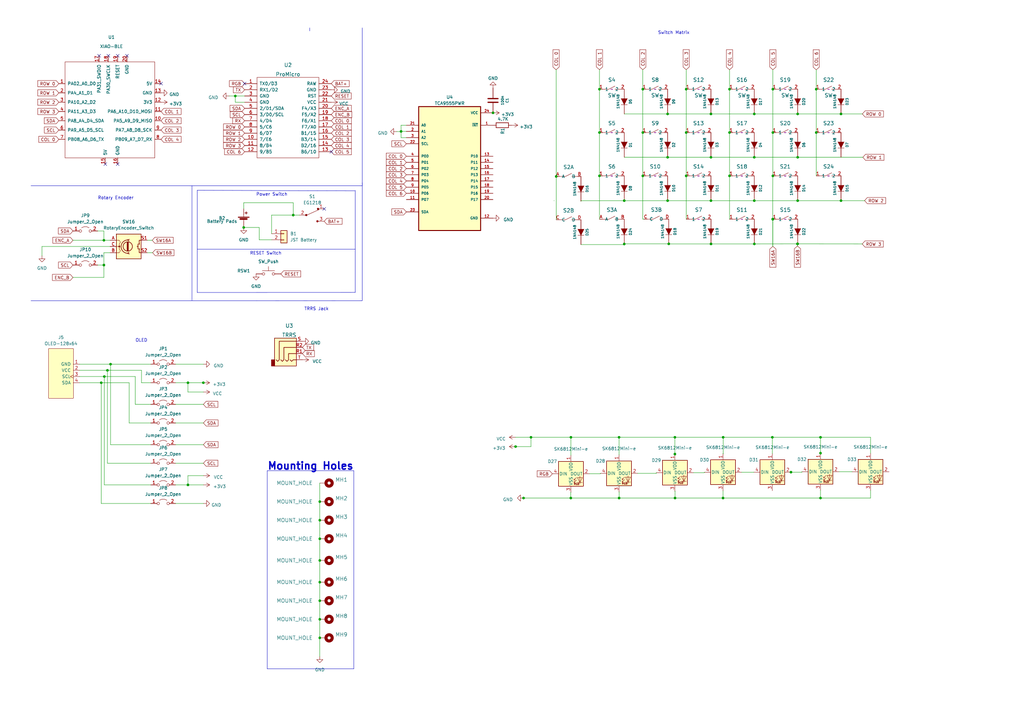
<source format=kicad_sch>
(kicad_sch (version 20230121) (generator eeschema)
  (paper "A3")
  (title_block (title "KORA") (date "2023-03-04"))
  (junction (at 334.772 36.576))
  (junction (at 327.1266 100.0252))
  (junction (at 316.9158 89.8906))
  (junction (at 327.0758 100.0252))
  (junction (at 296.545 204.2668))
  (junction (at 274.2946 100.0252))
  (junction (at 45.339 149.352))
  (junction (at 99.949 93.2942))
  (junction (at 309.372 82.296))
  (junction (at 336.5246 204.2668))
  (junction (at 131.1656 238.76))
  (junction (at 77.089 198.882))
  (junction (at 327.152 64.516))
  (junction (at 77.089 156.972))
  (junction (at 263.652 54.356))
  (junction (at 245.872 36.576))
  (junction (at 276.86 204.2668))
  (junction (at 131.1656 254))
  (junction (at 83.4136 156.972))
  (junction (at 316.992 89.8906))
  (junction (at 131.1656 220.98))
  (junction (at 245.872 54.356))
  (junction (at 316.992 36.576))
  (junction (at 131.1656 229.87))
  (junction (at 120.269 88.2142))
  (junction (at 42.799 154.432))
  (junction (at 273.812 82.296))
  (junction (at 256.032 82.296))
  (junction (at 299.212 72.136))
  (junction (at 281.432 72.136))
  (junction (at 217.7796 179.3494))
  (junction (at 316.7888 179.3494))
  (junction (at 291.592 64.516))
  (junction (at 42.6212 108.712))
  (junction (at 44.069 151.892))
  (junction (at 234.1626 179.3494))
  (junction (at 263.652 36.576))
  (junction (at 245.872 72.136))
  (junction (at 309.372 46.736))
  (junction (at 263.652 72.136))
  (junction (at 256.032 100.076))
  (junction (at 41.529 156.972))
  (junction (at 131.1656 213.36))
  (junction (at 299.212 36.576))
  (junction (at 336.5246 179.3494))
  (junction (at 214.7316 204.2668))
  (junction (at 42.6212 98.552))
  (junction (at 281.432 36.576))
  (junction (at 234.1118 204.2668))
  (junction (at 273.812 46.736))
  (junction (at 253.8984 179.3494))
  (junction (at 324.4088 193.6496))
  (junction (at 299.212 54.356))
  (junction (at 164.4904 53.8988))
  (junction (at 131.1656 246.38))
  (junction (at 316.992 72.136))
  (junction (at 276.8092 186.2328))
  (junction (at 291.592 46.736))
  (junction (at 202.2094 46.2788))
  (junction (at 334.772 54.356))
  (junction (at 291.6174 100.0506))
  (junction (at 276.8092 179.3494))
  (junction (at 281.432 54.356))
  (junction (at 253.9238 204.2668))
  (junction (at 309.372 64.516))
  (junction (at 327.152 82.296))
  (junction (at 211.455 183.1594))
  (junction (at 296.5958 179.3494))
  (junction (at 131.1656 205.74))
  (junction (at 309.3974 100.0506))
  (junction (at 344.932 82.296))
  (junction (at 344.932 46.736))
  (junction (at 228.1174 72.3646))
  (junction (at 336.5246 185.8518))
  (junction (at 131.1656 261.62))
  (junction (at 273.812 64.516))
  (junction (at 327.152 46.736))
  (junction (at 316.992 54.356))
  (junction (at 96.52 39.37))
  (junction (at 291.592 82.296))
  (no_connect (at 40.64 22.86))
  (no_connect (at 66.04 34.29))
  (no_connect (at 100.33 34.29))
  (no_connect (at 132.969 85.6742))
  (no_connect (at 44.45 22.86))
  (no_connect (at 43.18 67.31))
  (no_connect (at 52.07 22.86))
  (no_connect (at 135.89 62.23))
  (no_connect (at 48.26 22.86))
  (no_connect (at 48.26 67.31))
  (wire (pts (xy 256.032 46.736) (xy 273.812 46.736)))
  (polyline (pts (xy 12.7 123.3678) (xy 105.2576 123.3678)))
  (polyline (pts (xy 145.669 102.1842) (xy 145.669 119.9642)))
  (wire (pts (xy 234.1118 201.9554) (xy 234.1626 201.9554)))
  (wire (pts (xy 327.1266 100.0252) (xy 353.6442 100.0506)))
  (polyline (pts (xy 80.899 102.1842) (xy 145.669 102.1842)))
  (polyline (pts (xy 109.5756 274.32) (xy 109.5756 193.04)))
  (wire (pts (xy 164.4904 53.8988) (xy 164.4904 56.4388)))
  (wire (pts (xy 274.2946 100.0252) (xy 256.032 100.0252)))
  (wire (pts (xy 164.4904 56.4388) (xy 166.6494 56.4388)))
  (wire (pts (xy 349.4278 193.4718) (xy 349.4278 193.5226)))
  (wire (pts (xy 83.439 195.072) (xy 77.089 195.072)))
  (wire (pts (xy 276.86 204.2668) (xy 276.86 201.4728)))
  (wire (pts (xy 72.009 165.862) (xy 83.439 165.862)))
  (wire (pts (xy 72.009 189.992) (xy 83.439 189.992)))
  (wire (pts (xy 164.4904 53.8988) (xy 166.6494 53.8988)))
  (wire (pts (xy 344.932 82.296) (xy 354.6094 82.296)))
  (wire (pts (xy 131.1656 246.38) (xy 131.1656 254)))
  (wire (pts (xy 234.1118 204.2668) (xy 253.9238 204.2668)))
  (wire (pts (xy 45.1612 101.092) (xy 17.2212 101.092)))
  (wire (pts (xy 72.009 206.502) (xy 83.439 206.502)))
  (wire (pts (xy 316.992 101.0412) (xy 316.992 89.8906)))
  (wire (pts (xy 214.7062 204.2668) (xy 214.7316 204.2668)))
  (wire (pts (xy 336.5246 201.0918) (xy 336.5246 204.2668)))
  (wire (pts (xy 111.379 98.3742) (xy 106.299 98.3742)))
  (wire (pts (xy 228.0666 28.6004) (xy 228.092 28.6004)))
  (wire (pts (xy 256.032 82.296) (xy 238.2774 82.296)))
  (polyline (pts (xy 78.74 76.2) (xy 148.59 76.2)))
  (wire (pts (xy 309.1688 193.675) (xy 309.1688 193.6496)))
  (wire (pts (xy 72.009 149.352) (xy 83.439 149.352)))
  (polyline (pts (xy 109.5756 193.04) (xy 145.1356 193.04)))
  (wire (pts (xy 44.069 189.992) (xy 61.849 189.992)))
  (wire (pts (xy 354.6094 82.296) (xy 354.6094 82.2706)))
  (wire (pts (xy 309.3974 100.0506) (xy 327.1266 100.0252)))
  (wire (pts (xy 344.932 46.736) (xy 353.695 46.736)))
  (wire (pts (xy 238.2774 100.3046) (xy 256.032 100.3046)))
  (wire (pts (xy 29.9212 113.792) (xy 42.6212 113.792)))
  (wire (pts (xy 296.545 204.2668) (xy 336.5246 204.2668)))
  (wire (pts (xy 344.1446 193.4718) (xy 349.4278 193.4718)))
  (polyline (pts (xy 145.669 78.0542) (xy 145.669 102.1842)))
  (wire (pts (xy 99.949 83.1342) (xy 120.269 83.1342)))
  (wire (pts (xy 327.0758 100.0252) (xy 327.1266 100.0252)))
  (wire (pts (xy 41.529 156.972) (xy 41.529 206.502)))
  (wire (pts (xy 336.5246 185.8772) (xy 336.5246 185.8518)))
  (wire (pts (xy 72.009 156.972) (xy 77.089 156.972)))
  (wire (pts (xy 55.499 165.862) (xy 61.849 165.862)))
  (wire (pts (xy 304.165 193.675) (xy 309.1688 193.675)))
  (wire (pts (xy 256.032 64.516) (xy 273.812 64.516)))
  (wire (pts (xy 336.5246 179.3494) (xy 336.5246 185.8518)))
  (wire (pts (xy 296.545 201.295) (xy 296.545 204.2668)))
  (wire (pts (xy 45.339 149.352) (xy 45.339 182.372)))
  (wire (pts (xy 291.6174 100.0506) (xy 274.2946 100.0506)))
  (wire (pts (xy 309.372 64.516) (xy 327.152 64.516)))
  (polyline (pts (xy 148.59 11.43) (xy 148.59 123.19)))
  (polyline (pts (xy 148.59 76.2) (xy 148.59 74.93)))
  (wire (pts (xy 131.1656 238.76) (xy 131.1656 246.38)))
  (wire (pts (xy 41.529 206.502) (xy 61.849 206.502)))
  (wire (pts (xy 234.1626 179.3494) (xy 234.1626 186.7154)))
  (wire (pts (xy 284.4292 193.8528) (xy 288.925 193.8528)))
  (wire (pts (xy 357.0478 179.3494) (xy 357.0478 185.9026)))
  (wire (pts (xy 263.652 36.576) (xy 263.652 54.356)))
  (wire (pts (xy 316.992 101.0412) (xy 316.9158 101.0412)))
  (wire (pts (xy 131.1656 229.87) (xy 131.1656 238.76)))
  (wire (pts (xy 316.9158 101.0412) (xy 316.9158 89.8906)))
  (wire (pts (xy 291.592 46.736) (xy 309.372 46.736)))
  (wire (pts (xy 45.339 182.372) (xy 61.849 182.372)))
  (wire (pts (xy 42.6212 103.632) (xy 42.6212 108.712)))
  (wire (pts (xy 42.6212 113.792) (xy 42.6212 108.712)))
  (wire (pts (xy 111.379 88.2142) (xy 120.269 88.2142)))
  (polyline (pts (xy 145.1356 274.32) (xy 109.5756 274.32)))
  (wire (pts (xy 276.8092 186.2582) (xy 276.8092 186.2328)))
  (wire (pts (xy 256.032 100.076) (xy 256.032 100.3046)))
  (wire (pts (xy 214.7316 204.2668) (xy 234.1118 204.2668)))
  (wire (pts (xy 274.2946 100.0506) (xy 274.2946 100.0252)))
  (wire (pts (xy 296.5704 186.0296) (xy 296.5958 186.0296)))
  (wire (pts (xy 238.2774 82.296) (xy 238.2774 82.5246)))
  (wire (pts (xy 93.98 39.37) (xy 96.52 39.37)))
  (polyline (pts (xy 145.1356 193.04) (xy 145.1356 274.32)))
  (wire (pts (xy 45.339 149.352) (xy 61.849 149.352)))
  (wire (pts (xy 77.089 160.782) (xy 77.089 156.972)))
  (wire (pts (xy 17.2212 101.092) (xy 17.2212 104.902)))
  (wire (pts (xy 228.1174 72.3646) (xy 228.092 28.6004)))
  (wire (pts (xy 296.5958 186.0296) (xy 296.5958 179.3494)))
  (wire (pts (xy 96.52 41.91) (xy 96.52 39.37)))
  (wire (pts (xy 164.4904 51.3588) (xy 164.4904 53.8988)))
  (wire (pts (xy 291.592 64.516) (xy 309.372 64.516)))
  (wire (pts (xy 58.039 151.892) (xy 58.039 156.972)))
  (wire (pts (xy 245.872 54.356) (xy 245.872 72.136)))
  (wire (pts (xy 316.992 89.8906) (xy 317.0174 89.8906)))
  (wire (pts (xy 83.4136 156.972) (xy 83.439 156.972)))
  (wire (pts (xy 234.1118 204.2668) (xy 234.1118 201.9554)))
  (wire (pts (xy 32.639 156.972) (xy 41.529 156.972)))
  (wire (pts (xy 111.379 95.8342) (xy 111.379 88.2142)))
  (wire (pts (xy 44.069 151.892) (xy 58.039 151.892)))
  (wire (pts (xy 327.152 46.736) (xy 344.932 46.736)))
  (wire (pts (xy 299.212 28.6004) (xy 299.212 36.576)))
  (wire (pts (xy 32.639 151.892) (xy 44.069 151.892)))
  (wire (pts (xy 42.6212 94.742) (xy 42.6212 98.552)))
  (wire (pts (xy 327.0758 100.8888) (xy 327.0758 100.0252)))
  (wire (pts (xy 246.2784 194.3354) (xy 246.2784 194.1576)))
  (wire (pts (xy 253.9238 201.7776) (xy 253.8984 201.7776)))
  (wire (pts (xy 296.5704 186.055) (xy 296.545 186.055)))
  (wire (pts (xy 291.592 82.296) (xy 309.372 82.296)))
  (wire (pts (xy 281.432 54.356) (xy 281.432 72.136)))
  (wire (pts (xy 100.33 41.91) (xy 96.52 41.91)))
  (wire (pts (xy 327.152 82.296) (xy 344.932 82.296)))
  (wire (pts (xy 217.7796 179.3494) (xy 217.7796 183.1594)))
  (wire (pts (xy 288.925 193.8528) (xy 288.925 193.675)))
  (wire (pts (xy 281.432 89.8906) (xy 281.4574 89.8906)))
  (polyline (pts (xy 127 11.43) (xy 127 12.7)))
  (polyline (pts (xy 12.7 76.2) (xy 78.74 76.2)))
  (wire (pts (xy 263.652 54.356) (xy 263.652 72.136)))
  (wire (pts (xy 316.7888 179.3494) (xy 316.7888 186.0296)))
  (wire (pts (xy 131.1656 254) (xy 131.1656 261.62)))
  (wire (pts (xy 42.6212 108.712) (xy 40.0812 108.712)))
  (wire (pts (xy 316.992 54.356) (xy 316.992 72.136)))
  (wire (pts (xy 276.8092 179.3494) (xy 276.8092 186.2328)))
  (wire (pts (xy 77.089 156.972) (xy 83.4136 156.972)))
  (wire (pts (xy 42.6212 98.552) (xy 45.1612 98.552)))
  (wire (pts (xy 309.372 46.736) (xy 327.152 46.736)))
  (wire (pts (xy 234.1626 179.3494) (xy 253.8984 179.3494)))
  (wire (pts (xy 316.992 72.136) (xy 316.9158 89.8906)))
  (wire (pts (xy 55.499 154.432) (xy 55.499 165.862)))
  (wire (pts (xy 106.299 98.3742) (xy 106.299 93.2942)))
  (wire (pts (xy 344.9574 64.516) (xy 353.8982 64.516)))
  (wire (pts (xy 357.0478 204.2668) (xy 357.0478 201.1426)))
  (wire (pts (xy 166.624 51.3588) (xy 164.4904 51.3588)))
  (polyline (pts (xy 78.74 76.2) (xy 78.74 123.19)))
  (wire (pts (xy 253.8984 179.3494) (xy 276.8092 179.3494)))
  (wire (pts (xy 291.6174 100.0506) (xy 309.3974 100.0506)))
  (wire (pts (xy 96.52 39.37) (xy 100.33 39.37)))
  (wire (pts (xy 245.872 72.136) (xy 245.872 89.916)))
  (wire (pts (xy 40.0812 94.742) (xy 42.6212 94.742)))
  (wire (pts (xy 131.1656 198.12) (xy 131.1656 205.74)))
  (wire (pts (xy 131.1656 220.98) (xy 131.1656 229.87)))
  (polyline (pts (xy 80.899 78.0542) (xy 80.899 119.9642)))
  (wire (pts (xy 44.069 151.892) (xy 44.069 189.992)))
  (wire (pts (xy 77.089 198.882) (xy 83.439 198.882)))
  (wire (pts (xy 334.772 28.6258) (xy 334.772 36.576)))
  (wire (pts (xy 72.009 173.482) (xy 83.439 173.482)))
  (wire (pts (xy 42.799 198.882) (xy 61.849 198.882)))
  (wire (pts (xy 120.269 88.2142) (xy 122.809 88.2142)))
  (wire (pts (xy 324.3834 193.6496) (xy 324.4088 193.6496)))
  (wire (pts (xy 42.799 154.432) (xy 55.499 154.432)))
  (wire (pts (xy 273.812 64.516) (xy 291.592 64.516)))
  (wire (pts (xy 228.1174 72.3646) (xy 228.1174 90.1446)))
  (polyline (pts (xy 148.59 123.317) (xy 105.2576 123.3678)))
  (wire (pts (xy 316.992 28.6004) (xy 316.992 36.576)))
  (wire (pts (xy 263.652 89.8652) (xy 264.1346 89.8652)))
  (wire (pts (xy 309.372 82.296) (xy 327.152 82.296)))
  (wire (pts (xy 164.5412 53.9496) (xy 162.7124 53.9496)))
  (wire (pts (xy 276.86 204.2668) (xy 296.545 204.2668)))
  (polyline (pts (xy 80.899 119.9642) (xy 145.669 119.9388)))
  (wire (pts (xy 131.1656 261.62) (xy 131.1656 269.24)))
  (wire (pts (xy 131.1656 213.36) (xy 131.1656 220.98)))
  (wire (pts (xy 253.8984 186.5376) (xy 253.8984 179.3494)))
  (wire (pts (xy 276.8092 179.3494) (xy 296.5958 179.3494)))
  (wire (pts (xy 52.959 173.482) (xy 61.849 173.482)))
  (wire (pts (xy 106.299 93.2942) (xy 99.949 93.2942)))
  (wire (pts (xy 281.432 36.576) (xy 281.432 54.356)))
  (wire (pts (xy 227.2538 82.2706) (xy 227.2538 82.296)))
  (wire (pts (xy 227.2284 82.2706) (xy 227.2538 82.2706)))
  (wire (pts (xy 99.949 85.6742) (xy 99.949 83.1342)))
  (wire (pts (xy 120.269 83.1342) (xy 120.269 88.2142)))
  (wire (pts (xy 269.1892 194.1576) (xy 269.1892 193.8528)))
  (wire (pts (xy 334.772 54.356) (xy 334.772 72.136)))
  (wire (pts (xy 211.4296 179.3494) (xy 217.7796 179.3494)))
  (wire (pts (xy 328.9046 193.6496) (xy 328.9046 193.4718)))
  (wire (pts (xy 72.009 198.882) (xy 77.089 198.882)))
  (wire (pts (xy 83.439 160.782) (xy 77.089 160.782)))
  (wire (pts (xy 296.5704 186.0296) (xy 296.5704 186.055)))
  (wire (pts (xy 261.5184 194.1576) (xy 269.1892 194.1576)))
  (wire (pts (xy 32.639 149.352) (xy 45.339 149.352)))
  (wire (pts (xy 32.639 154.432) (xy 42.799 154.432)))
  (wire (pts (xy 327.1266 100.0252) (xy 327.1774 100.0506)))
  (wire (pts (xy 263.652 72.136) (xy 263.652 89.8652)))
  (wire (pts (xy 256.032 100.0252) (xy 256.032 100.076)))
  (wire (pts (xy 52.959 156.972) (xy 52.959 173.482)))
  (wire (pts (xy 316.9158 89.8906) (xy 316.992 89.8906)))
  (wire (pts (xy 299.212 89.8906) (xy 299.2374 89.8906)))
  (wire (pts (xy 217.7796 179.3494) (xy 234.1626 179.3494)))
  (wire (pts (xy 245.872 28.575) (xy 245.872 36.576)))
  (wire (pts (xy 62.4332 98.552) (xy 60.4012 98.552)))
  (wire (pts (xy 299.212 54.356) (xy 299.212 72.136)))
  (wire (pts (xy 253.9238 204.2668) (xy 253.9238 201.7776)))
  (wire (pts (xy 316.7888 179.3494) (xy 336.5246 179.3494)))
  (wire (pts (xy 72.009 182.372) (xy 83.439 182.372)))
  (wire (pts (xy 336.5246 204.2668) (xy 357.0478 204.2668)))
  (wire (pts (xy 263.652 28.6004) (xy 263.652 36.576)))
  (wire (pts (xy 41.529 156.972) (xy 52.959 156.972)))
  (wire (pts (xy 299.212 36.576) (xy 299.212 54.356)))
  (wire (pts (xy 353.6442 100.0506) (xy 353.6442 100.076)))
  (wire (pts (xy 273.812 82.296) (xy 291.592 82.296)))
  (wire (pts (xy 324.4088 193.6496) (xy 328.9046 193.6496)))
  (wire (pts (xy 336.5246 179.3494) (xy 357.0478 179.3494)))
  (wire (pts (xy 281.432 28.575) (xy 281.432 36.576)))
  (wire (pts (xy 217.7796 183.1594) (xy 211.455 183.1594)))
  (wire (pts (xy 273.812 46.736) (xy 291.592 46.736)))
  (wire (pts (xy 131.1656 205.74) (xy 131.1656 213.36)))
  (wire (pts (xy 253.9238 204.2668) (xy 276.86 204.2668)))
  (wire (pts (xy 42.799 154.432) (xy 42.799 198.882)))
  (wire (pts (xy 60.4012 103.632) (xy 62.5856 103.632)))
  (wire (pts (xy 256.032 82.296) (xy 273.812 82.296)))
  (wire (pts (xy 58.039 156.972) (xy 61.849 156.972)))
  (wire (pts (xy 334.772 36.576) (xy 334.772 54.356)))
  (wire (pts (xy 276.86 201.4728) (xy 276.8092 201.4728)))
  (polyline (pts (xy 145.4912 78.2828) (xy 80.899 78.0542)))
  (wire (pts (xy 299.212 72.136) (xy 299.212 89.8906)))
  (wire (pts (xy 29.9212 98.552) (xy 42.6212 98.552)))
  (wire (pts (xy 296.5958 179.3494) (xy 316.7888 179.3494)))
  (wire (pts (xy 241.7826 194.3354) (xy 246.2784 194.3354)))
  (wire (pts (xy 281.432 72.136) (xy 281.432 89.8906)))
  (wire (pts (xy 316.992 36.576) (xy 316.992 54.356)))
  (wire (pts (xy 45.1612 103.632) (xy 42.6212 103.632)))
  (wire (pts (xy 211.455 183.1594) (xy 211.4296 183.1594)))
  (wire (pts (xy 327.152 64.516) (xy 344.932 64.516)))
  (wire (pts (xy 245.872 36.576) (xy 245.872 54.356)))
  (wire (pts (xy 77.089 195.072) (xy 77.089 198.882)))
  (text "Switch Matrix\n" (at 269.8242 14.2748 0) (effects (font (size 1.27 1.27)) (justify left bottom)))
  (text "OLED\n" (at 55.499 140.462 0) (effects (font (size 1.27 1.27)) (justify left bottom)))
  (text "Rotary Encoder\n" (at 40.0867 82.042 0) (effects (font (size 1.27 1.27)) (justify left bottom)))
  (text "Power Switch\n" (at 105.029 80.5942 0) (effects (font (size 1.27 1.27)) (justify left bottom)))
  (text "TRRS Jack\n" (at 124.7459 127.5571 0) (effects (font (size 1.27 1.27)) (justify left bottom)))
  (text "RESET Switch\n" (at 102.489 104.7242 0) (effects (font (size 1.27 1.27)) (justify left bottom)))
  (text "Mounting Holes" (at 109.5756 193.04 0) (effects (font (size 2.9972 2.9972) (thickness 0.5994) bold) (justify left bottom)))
  (global_label "SCL" (shape input) (at 83.439 189.992 0) (property "Intersheetrefs" "${INTERSHEET_REFS}" (effects hide)))
  (global_label "COL 0" (shape input) (at 135.89 49.53 0) (property "Intersheetrefs" "${INTERSHEET_REFS}" (effects hide)))
  (global_label "TX" (shape input) (at 124.0536 142.494 0) (property "Intersheetrefs" "${INTERSHEET_REFS}" (effects hide)))
  (global_label "SCL" (shape input) (at 24.13 53.34 180) (property "Intersheetrefs" "${INTERSHEET_REFS}" (effects hide)))
  (global_label "ENC_A" (shape input) (at 29.9212 98.552 180) (property "Intersheetrefs" "${INTERSHEET_REFS}" (effects hide)))
  (global_label "SCL" (shape input) (at 29.9212 108.712 180) (property "Intersheetrefs" "${INTERSHEET_REFS}" (effects hide)))
  (global_label "COL 2" (shape input) (at 66.04 49.53 0) (property "Intersheetrefs" "${INTERSHEET_REFS}" (effects hide)))
  (global_label "COL 4" (shape input) (at 166.6494 74.2188 180) (property "Intersheetrefs" "${INTERSHEET_REFS}" (effects hide)))
  (global_label "ROW 2" (shape input) (at 24.13 41.91 180) (property "Intersheetrefs" "${INTERSHEET_REFS}" (effects hide)))
  (global_label "ENC_B" (shape input) (at 29.9212 113.792 180) (property "Intersheetrefs" "${INTERSHEET_REFS}" (effects hide)))
  (global_label "COL 3" (shape input) (at 281.432 28.575 90) (property "Intersheetrefs" "${INTERSHEET_REFS}" (effects hide)))
  (global_label "RGB" (shape input) (at 100.33 34.29 180) (property "Intersheetrefs" "${INTERSHEET_REFS}" (effects hide)))
  (global_label "ROW 1" (shape input) (at 24.13 38.1 180) (property "Intersheetrefs" "${INTERSHEET_REFS}" (effects hide)))
  (global_label "SW16B" (shape input) (at 327.0758 100.8888 270) (property "Intersheetrefs" "${INTERSHEET_REFS}" (effects hide)))
  (global_label "ROW 3" (shape input) (at 353.6442 100.076 0) (property "Intersheetrefs" "${INTERSHEET_REFS}" (effects hide)))
  (global_label "SCL" (shape input) (at 83.439 165.862 0) (property "Intersheetrefs" "${INTERSHEET_REFS}" (effects hide)))
  (global_label "BAT+" (shape input) (at 135.89 34.29 0) (property "Intersheetrefs" "${INTERSHEET_REFS}" (effects hide)))
  (global_label "COL 4" (shape input) (at 299.212 28.6004 90) (property "Intersheetrefs" "${INTERSHEET_REFS}" (effects hide)))
  (global_label "RESET" (shape input) (at 115.189 112.3442 0) (property "Intersheetrefs" "${INTERSHEET_REFS}" (effects hide)))
  (global_label "RX" (shape input) (at 100.33 49.53 180) (property "Intersheetrefs" "${INTERSHEET_REFS}" (effects hide)))
  (global_label "COL 2" (shape input) (at 166.6494 69.1388 180) (property "Intersheetrefs" "${INTERSHEET_REFS}" (effects hide)))
  (global_label "ROW 0" (shape input) (at 24.13 34.29 180) (property "Intersheetrefs" "${INTERSHEET_REFS}" (effects hide)))
  (global_label "SDA" (shape input) (at 29.9212 94.742 180) (property "Intersheetrefs" "${INTERSHEET_REFS}" (effects hide)))
  (global_label "SCL" (shape input) (at 166.6494 58.9788 180) (property "Intersheetrefs" "${INTERSHEET_REFS}" (effects hide)))
  (global_label "COL 6" (shape input) (at 100.33 62.23 180) (property "Intersheetrefs" "${INTERSHEET_REFS}" (effects hide)))
  (global_label "ROW 0" (shape input) (at 100.33 52.07 180) (property "Intersheetrefs" "${INTERSHEET_REFS}" (effects hide)))
  (global_label "COL 3" (shape input) (at 135.89 57.15 0) (property "Intersheetrefs" "${INTERSHEET_REFS}" (effects hide)))
  (global_label "SW16A" (shape input) (at 62.4332 98.552 0) (property "Intersheetrefs" "${INTERSHEET_REFS}" (effects hide)))
  (global_label "SW16B" (shape input) (at 62.5856 103.632 0) (property "Intersheetrefs" "${INTERSHEET_REFS}" (effects hide)))
  (global_label "COL 2" (shape input) (at 263.652 28.6004 90) (property "Intersheetrefs" "${INTERSHEET_REFS}" (effects hide)))
  (global_label "COL 1" (shape input) (at 245.872 28.575 90) (property "Intersheetrefs" "${INTERSHEET_REFS}" (effects hide)))
  (global_label "COL 1" (shape input) (at 66.04 45.72 0) (property "Intersheetrefs" "${INTERSHEET_REFS}" (effects hide)))
  (global_label "COL 0" (shape input) (at 228.0666 28.6004 90) (property "Intersheetrefs" "${INTERSHEET_REFS}" (effects hide)))
  (global_label "SDA" (shape input) (at 83.439 173.482 0) (property "Intersheetrefs" "${INTERSHEET_REFS}" (effects hide)))
  (global_label "ROW 1" (shape input) (at 353.8982 64.516 0) (property "Intersheetrefs" "${INTERSHEET_REFS}" (effects hide)))
  (global_label "ROW 0" (shape input) (at 353.695 46.736 0) (property "Intersheetrefs" "${INTERSHEET_REFS}" (effects hide)))
  (global_label "COL 5" (shape input) (at 316.992 28.6004 90) (property "Intersheetrefs" "${INTERSHEET_REFS}" (effects hide)))
  (global_label "ENC_A" (shape input) (at 135.89 44.45 0) (property "Intersheetrefs" "${INTERSHEET_REFS}" (effects hide)))
  (global_label "RX" (shape input) (at 124.0536 145.034 0) (property "Intersheetrefs" "${INTERSHEET_REFS}" (effects hide)))
  (global_label "COL 5" (shape input) (at 166.6494 76.7588 180) (property "Intersheetrefs" "${INTERSHEET_REFS}" (effects hide)))
  (global_label "COL 6" (shape input) (at 334.772 28.6258 90) (property "Intersheetrefs" "${INTERSHEET_REFS}" (effects hide)))
  (global_label "SCL" (shape input) (at 100.33 46.99 180) (property "Intersheetrefs" "${INTERSHEET_REFS}" (effects hide)))
  (global_label "ROW 2" (shape input) (at 354.6094 82.2706 0) (property "Intersheetrefs" "${INTERSHEET_REFS}" (effects hide)))
  (global_label "COL 0" (shape input) (at 24.13 57.15 180) (property "Intersheetrefs" "${INTERSHEET_REFS}" (effects hide)))
  (global_label "ROW 3" (shape input) (at 100.33 59.69 180) (property "Intersheetrefs" "${INTERSHEET_REFS}" (effects hide)))
  (global_label "SW16A" (shape input) (at 316.992 101.0412 270) (property "Intersheetrefs" "${INTERSHEET_REFS}" (effects hide)))
  (global_label "BAT+" (shape input) (at 132.969 90.7542 0) (property "Intersheetrefs" "${INTERSHEET_REFS}" (effects hide)))
  (global_label "SDA" (shape input) (at 100.33 44.45 180) (property "Intersheetrefs" "${INTERSHEET_REFS}" (effects hide)))
  (global_label "ROW 1" (shape input) (at 100.33 54.61 180) (property "Intersheetrefs" "${INTERSHEET_REFS}" (effects hide)))
  (global_label "COL 1" (shape input) (at 135.89 52.07 0) (property "Intersheetrefs" "${INTERSHEET_REFS}" (effects hide)))
  (global_label "COL 6" (shape input) (at 166.6494 79.2988 180) (property "Intersheetrefs" "${INTERSHEET_REFS}" (effects hide)))
  (global_label "COL 4" (shape input) (at 135.89 59.69 0) (property "Intersheetrefs" "${INTERSHEET_REFS}" (effects hide)))
  (global_label "TX" (shape input) (at 100.33 36.83 180) (property "Intersheetrefs" "${INTERSHEET_REFS}" (effects hide)))
  (global_label "SDA" (shape input) (at 166.6494 86.9188 180) (property "Intersheetrefs" "${INTERSHEET_REFS}" (effects hide)))
  (global_label "COL 3" (shape input) (at 166.6494 71.6788 180) (property "Intersheetrefs" "${INTERSHEET_REFS}" (effects hide)))
  (global_label "COL 1" (shape input) (at 166.6494 66.5988 180) (property "Intersheetrefs" "${INTERSHEET_REFS}" (effects hide)))
  (global_label "ROW 2" (shape input) (at 100.33 57.15 180) (property "Intersheetrefs" "${INTERSHEET_REFS}" (effects hide)))
  (global_label "COL 4" (shape input) (at 66.04 57.15 0) (property "Intersheetrefs" "${INTERSHEET_REFS}" (effects hide)))
  (global_label "COL 0" (shape input) (at 166.6494 64.0588 180) (property "Intersheetrefs" "${INTERSHEET_REFS}" (effects hide)))
  (global_label "COL 2" (shape input) (at 135.89 54.61 0) (property "Intersheetrefs" "${INTERSHEET_REFS}" (effects hide)))
  (global_label "RGB" (shape input) (at 226.5426 194.3354 180) (property "Intersheetrefs" "${INTERSHEET_REFS}" (effects hide)))
  (global_label "COL 3" (shape input) (at 66.04 53.34 0) (property "Intersheetrefs" "${INTERSHEET_REFS}" (effects hide)))
  (global_label "ENC_B" (shape input) (at 135.89 46.99 0) (property "Intersheetrefs" "${INTERSHEET_REFS}" (effects hide)))
  (global_label "SDA" (shape input) (at 83.439 182.372 0) (property "Intersheetrefs" "${INTERSHEET_REFS}" (effects hide)))
  (global_label "COL 5" (shape input) (at 135.89 62.23 0) (property "Intersheetrefs" "${INTERSHEET_REFS}" (effects hide)))
  (global_label "RESET" (shape input) (at 135.89 39.37 0) (property "Intersheetrefs" "${INTERSHEET_REFS}" (effects hide)))
  (global_label "SDA" (shape input) (at 24.13 49.53 180) (property "Intersheetrefs" "${INTERSHEET_REFS}" (effects hide)))
  (global_label "ROW 3" (shape input) (at 24.13 45.72 180) (property "Intersheetrefs" "${INTERSHEET_REFS}" (effects hide)))
  (symbol (lib_id "Jumper:Jumper_2_Open") (at 66.929 156.972 0) (unit 1)
    (property "Reference" "JP2" (at 66.929 150.622 0))
    (property "Value" "Jumper_2_Open" (at 66.929 153.162 0))
    (property "Footprint" "kora:SolderJumper-2_P1.3mm_Open_RoundedPad1.0x1.5mm" (effects hide))
  )
  (symbol (lib_id "power:+3V3") (at 66.04 41.91 270) (unit 1)
    (property "Reference" "#PWR06" (effects hide))
    (property "Value" "+3V3" (at 69.342 42.545 90) (effects (justify left)))
  )
  (symbol (lib_id "YAEMK:DIODE") (at 327.152 77.216 270) (unit 1)
    (property "Reference" "D14" (at 329.692 77.216 0) (effects (font (size 1.016 1.016))))
    (property "Value" "1N4148" (at 324.612 77.216 0) (effects (font (size 1.016 1.016))))
    (property "Footprint" "kora:D3_TH_SMD" (effects hide))
    (property "LCSC Part" " C81598" (effects hide))
    (property "JLCPCB BOM" "1" (effects hide))
  )
  (symbol (lib_id "kbd:ProMicro") (at 118.11 48.26 0) (unit 1) (in_bom no)
    (property "Reference" "U2" (at 118.11 26.67 0) (effects (font (size 1.524 1.524))))
    (property "Value" "ProMicro" (at 118.11 30.48 0) (effects (font (size 1.524 1.524))))
    (property "Footprint" "kora:ProMicro_rev2" (effects hide))
  )
  (symbol (lib_id "YAEMK:DIODE") (at 344.932 59.436 270) (unit 1)
    (property "Reference" "D7" (at 347.472 59.436 0) (effects (font (size 1.016 1.016))))
    (property "Value" "1N4148" (at 342.392 59.436 0) (effects (font (size 1.016 1.016))))
    (property "Footprint" "kora:D3_TH_SMD" (effects hide))
    (property "LCSC Part" " C81598" (effects hide))
    (property "JLCPCB BOM" "1" (effects hide))
  )
  (symbol (lib_id "YAEMK:MX_1U") (at 304.3174 89.8906 0) (unit 1)
    (property "Reference" "S11" (at 304.3174 86.0806 0) (effects (font (size 1.524 1.524))))
    (property "Value" "SW" (effects hide))
    (property "Footprint" "kora:MX_Choc_Hotswap_Mod" (effects hide))
    (property "Datasheet" "~" (at 304.3174 89.8906 0) (effects (font (size 1.524 1.524))))
    (property "JLCPCB BOM" "0" (effects hide))
  )
  (symbol (lib_name "GND_1") (lib_id "power:GND") (at 202.2094 36.1188 180) (unit 1)
    (property "Reference" "#PWR05" (effects hide))
    (property "Value" "GND" (at 202.2094 32.1056 0))
  )
  (symbol (lib_id "YAEMK:DIODE") (at 309.372 41.656 270) (unit 1)
    (property "Reference" "D17" (at 311.912 41.656 0) (effects (font (size 1.016 1.016))))
    (property "Value" "1N4148" (at 306.832 41.656 0) (effects (font (size 1.016 1.016))))
    (property "Footprint" "kora:D3_TH_SMD" (effects hide))
    (property "LCSC Part" " C81598" (effects hide))
    (property "JLCPCB BOM" "1" (effects hide))
  )
  (symbol (lib_id "YAEMK:MX_2U_2X1U") (at 250.952 89.916 0) (unit 1)
    (property "Reference" "S3" (at 250.952 86.106 0) (effects (font (size 1.524 1.524))))
    (property "Value" "SW" (effects hide))
    (property "Footprint" "kora:MX__CHOC_KAILH_SOCKET_2U_2X1U" (effects hide))
    (property "JLCPCB BOM" "0" (effects hide))
  )
  (symbol (lib_id "dk_Slide-Switches:EG1218") (at 127.889 88.2142 0) (unit 1)
    (property "Reference" "S1" (at 128.0922 80.5942 0))
    (property "Value" "EG1218" (at 128.0922 83.1342 0))
    (property "Footprint" "kora:RevSlideSwitch" (effects hide))
    (property "Datasheet" "http://spec_sheets.e-switch.com/specs/P040040.pdf" (effects hide))
    (property "Digi-Key_PN" "EG1903-ND" (effects hide))
    (property "MPN" "EG1218" (effects hide))
    (property "Category" "Switches" (effects hide))
    (property "Family" "Slide Switches" (effects hide))
    (property "DK_Datasheet_Link" "http://spec_sheets.e-switch.com/specs/P040040.pdf" (effects hide))
    (property "DK_Detail_Page" "/product-detail/en/e-switch/EG1218/EG1903-ND/101726" (effects hide))
    (property "Description" "SWITCH SLIDE SPDT 200MA 30V" (effects hide))
    (property "Manufacturer" "E-Switch" (effects hide))
    (property "Status" "Active" (effects hide))
  )
  (symbol (lib_id "YAEMK:Mounting_Hole") (at 133.7056 213.36 270) (unit 1)
    (property "Reference" "MH3" (at 137.5156 212.0138 90) (effects (font (size 1.524 1.524)) (justify left)))
    (property "Value" "MOUNT_HOLE" (at 113.3856 213.36 90) (effects (font (size 1.524 1.524)) (justify left)))
    (property "Footprint" "prettylib:MountingHole_2.2mm_M2_Pad_Via" (effects hide))
    (property "JLCPCB BOM" "0" (effects hide))
  )
  (symbol (lib_name "GND_1") (lib_id "power:GND") (at 124.0536 139.954 90) (unit 1)
    (property "Reference" "#PWR023" (effects hide))
    (property "Value" "GND" (at 127.4318 140.589 90) (effects (justify right)))
  )
  (symbol (lib_id "Switch:SW_Push") (at 110.109 112.3442 0) (unit 1)
    (property "Reference" "RSW1" (at 99.949 111.0742 0))
    (property "Value" "SW_Push" (at 110.109 107.2642 0))
    (property "Footprint" "kora:SW_Push_1P1T-MP_NO_Horizontal_Alps_SKRTLAE010_both_sides" (effects hide))
  )
  (symbol (lib_id "YAEMK:DIODE") (at 273.812 77.216 270) (unit 1)
    (property "Reference" "D10" (at 276.352 77.216 0) (effects (font (size 1.016 1.016))))
    (property "Value" "1N4148" (at 271.272 77.216 0) (effects (font (size 1.016 1.016))))
    (property "Footprint" "kora:D3_TH_SMD" (effects hide))
    (property "LCSC Part" " C81598" (effects hide))
    (property "JLCPCB BOM" "1" (effects hide))
  )
  (symbol (lib_name "GND_1") (lib_id "power:GND") (at 66.04 38.1 90) (unit 1)
    (property "Reference" "#PWR07" (effects hide))
    (property "Value" "GND" (at 69.4182 38.735 90) (effects (justify right)))
  )
  (symbol (lib_id "YAEMK:Mounting_Hole") (at 133.7056 205.74 270) (unit 1)
    (property "Reference" "MH2" (at 137.5156 204.3938 90) (effects (font (size 1.524 1.524)) (justify left)))
    (property "Value" "MOUNT_HOLE" (at 113.3856 205.74 90) (effects (font (size 1.524 1.524)) (justify left)))
    (property "Footprint" "prettylib:MountingHole_2.2mm_M2_Pad_Via" (effects hide))
    (property "JLCPCB BOM" "0" (effects hide))
  )
  (symbol (lib_id "YAEMK:DIODE") (at 291.592 59.436 270) (unit 1)
    (property "Reference" "D3" (at 294.132 59.436 0) (effects (font (size 1.016 1.016))))
    (property "Value" "1N4148" (at 289.052 59.436 0) (effects (font (size 1.016 1.016))))
    (property "Footprint" "kora:D3_TH_SMD" (effects hide))
    (property "LCSC Part" " C81598" (effects hide))
    (property "JLCPCB BOM" "1" (effects hide))
  )
  (symbol (lib_id "Device:RotaryEncoder_Switch") (at 52.7812 101.092 0) (unit 1)
    (property "Reference" "SW16" (at 52.7812 90.932 0))
    (property "Value" "RotaryEncoder_Switch" (at 52.7812 93.472 0))
    (property "Footprint" "kora:MX-1U-EC11_Switch" (effects hide))
  )
  (symbol (lib_name "GND_1") (lib_id "power:GND") (at 214.7316 204.2668 270) (unit 1)
    (property "Reference" "#PWR011" (effects hide))
    (property "Value" "GND" (at 210.3628 204.9018 90) (effects (justify right)))
  )
  (symbol (lib_id "power:+3V3") (at 209.8294 51.3588 270) (unit 1)
    (property "Reference" "#PWR025" (effects hide))
    (property "Value" "+3V3" (at 213.1314 51.9938 90) (effects (justify left)))
  )
  (symbol (lib_id "power:+3V3") (at 211.455 183.1594 90) (unit 1)
    (property "Reference" "#PWR018" (effects hide))
    (property "Value" "+3V3" (at 207.2894 183.7944 90) (effects (justify left)))
  )
  (symbol (lib_id "YAEMK:DIODE") (at 309.372 77.216 270) (unit 1)
    (property "Reference" "D12" (at 311.912 77.216 0) (effects (font (size 1.016 1.016))))
    (property "Value" "1N4148" (at 306.832 77.216 0) (effects (font (size 1.016 1.016))))
    (property "Footprint" "kora:D3_TH_SMD" (effects hide))
    (property "LCSC Part" " C81598" (effects hide))
    (property "JLCPCB BOM" "1" (effects hide))
  )
  (symbol (lib_id "YAEMK:MX_1U") (at 268.732 54.356 0) (unit 1)
    (property "Reference" "S9" (at 268.732 50.546 0) (effects (font (size 1.524 1.524))))
    (property "Value" "SW" (effects hide))
    (property "Footprint" "kora:MX_Choc_Hotswap_Mod" (effects hide))
    (property "Datasheet" "~" (at 268.732 54.356 0) (effects (font (size 1.524 1.524))))
    (property "JLCPCB BOM" "0" (effects hide))
  )
  (symbol (lib_id "YAEMK:SK6812MINI-E") (at 336.5246 193.4718 0) (unit 1)
    (property "Reference" "D32" (at 328.9046 188.3918 0))
    (property "Value" "SK6812Mini-e" (at 336.5246 183.3118 0))
    (property "Footprint" "prettylib:SK6812_mini_e_flipable" (effects hide))
    (property "JLCPCB BOM" "0" (effects hide))
  )
  (symbol (lib_name "GND_1") (lib_id "power:GND") (at 202.2094 89.4588 90) (unit 1)
    (property "Reference" "#PWR015" (effects hide))
    (property "Value" "GND" (at 206.4512 90.0938 90) (effects (justify right)))
  )
  (symbol (lib_id "Jumper:Jumper_2_Open") (at 66.929 206.502 0) (unit 1)
    (property "Reference" "JP8" (at 66.929 200.152 0))
    (property "Value" "Jumper_2_Open" (at 66.929 202.692 0))
    (property "Footprint" "kora:SolderJumper-2_P1.3mm_Open_RoundedPad1.0x1.5mm" (effects hide))
  )
  (symbol (lib_id "YAEMK:MX_1U") (at 304.292 36.576 0) (unit 1)
    (property "Reference" "S16" (at 304.292 32.766 0) (effects (font (size 1.524 1.524))))
    (property "Value" "SW" (at 304.292 39.116 0) (effects (font (size 1.524 1.524))))
    (property "Footprint" "kora:MX_Choc_Hotswap_Mod" (effects hide))
    (property "Datasheet" "~" (at 304.292 36.576 0) (effects (font (size 1.524 1.524))))
    (property "JLCPCB BOM" "0" (effects hide))
  )
  (symbol (lib_id "YAEMK:DIODE") (at 256.032 94.996 270) (unit 1)
    (property "Reference" "D24" (at 258.572 94.996 0) (effects (font (size 1.016 1.016))))
    (property "Value" "1N4148" (at 253.492 94.996 0) (effects (font (size 1.016 1.016))))
    (property "Footprint" "kora:D3_TH_SMD" (effects hide))
    (property "LCSC Part" " C81598" (effects hide))
    (property "JLCPCB BOM" "1" (effects hide))
  )
  (symbol (lib_id "Device:R") (at 206.0194 51.3588 90) (unit 1)
    (property "Reference" "R1" (at 206.1718 55.118 0) (effects (justify left)))
    (property "Value" "4.7K" (at 208.5594 48.8188 90) (effects (justify left)))
    (property "Footprint" "kora:RESISTOR" (effects hide))
  )
  (symbol (lib_id "YAEMK:DIODE") (at 238.2774 95.2246 270) (unit 1)
    (property "Reference" "D25" (at 240.8174 95.2246 0) (effects (font (size 1.016 1.016))))
    (property "Value" "1N4148" (at 235.7374 95.2246 0) (effects (font (size 1.016 1.016))))
    (property "Footprint" "kora:D3_TH_SMD" (effects hide))
    (property "LCSC Part" " C81598" (effects hide))
    (property "JLCPCB BOM" "1" (effects hide))
  )
  (symbol (lib_id "YAEMK:MX_1U") (at 339.852 54.356 0) (unit 1)
    (property "Reference" "S23" (at 339.852 50.546 0) (effects (font (size 1.524 1.524))))
    (property "Value" "SW" (effects hide))
    (property "Footprint" "kora:MX_Choc_Hotswap_Mod" (effects hide))
    (property "Datasheet" "~" (at 339.852 54.356 0) (effects (font (size 1.524 1.524))))
    (property "JLCPCB BOM" "0" (effects hide))
  )
  (symbol (lib_name "GND_1") (lib_id "power:GND") (at 17.2212 104.902 0) (unit 1)
    (property "Reference" "#PWR01" (effects hide))
    (property "Value" "GND" (at 17.2212 109.982 0))
  )
  (symbol (lib_id "YAEMK:DIODE") (at 291.592 77.216 270) (unit 1)
    (property "Reference" "D11" (at 294.132 77.216 0) (effects (font (size 1.016 1.016))))
    (property "Value" "1N4148" (at 289.052 77.216 0) (effects (font (size 1.016 1.016))))
    (property "Footprint" "kora:D3_TH_SMD" (effects hide))
    (property "LCSC Part" " C81598" (effects hide))
    (property "JLCPCB BOM" "1" (effects hide))
  )
  (symbol (lib_id "YAEMK:Mounting_Hole") (at 133.7056 261.62 270) (unit 1)
    (property "Reference" "MH9" (at 137.5156 260.2738 90) (effects (font (size 1.524 1.524)) (justify left)))
    (property "Value" "MOUNT_HOLE" (at 113.3856 261.62 90) (effects (font (size 1.524 1.524)) (justify left)))
    (property "Footprint" "prettylib:MountingHole_2.2mm_M2_Pad_Via" (effects hide))
    (property "JLCPCB BOM" "0" (effects hide))
  )
  (symbol (lib_id "YAEMK:MX_1U") (at 268.732 36.576 0) (unit 1)
    (property "Reference" "S8" (at 268.732 32.766 0) (effects (font (size 1.524 1.524))))
    (property "Value" "SW" (at 268.732 39.116 0) (effects (font (size 1.524 1.524))))
    (property "Footprint" "kora:MX_Choc_Hotswap_Mod" (effects hide))
    (property "Datasheet" "~" (at 268.732 36.576 0) (effects (font (size 1.524 1.524))))
    (property "JLCPCB BOM" "0" (effects hide))
  )
  (symbol (lib_name "GND_1") (lib_id "power:GND") (at 83.439 149.352 90) (unit 1)
    (property "Reference" "#PWR013" (effects hide))
    (property "Value" "GND" (at 87.5792 149.987 90) (effects (justify right)))
  )
  (symbol (lib_name "GND_1") (lib_id "power:GND") (at 135.89 36.83 90) (unit 1)
    (property "Reference" "#PWR09" (effects hide))
    (property "Value" "GND" (at 139.6492 37.465 90) (effects (justify right)))
  )
  (symbol (lib_id "YAEMK:DIODE") (at 273.812 59.436 270) (unit 1)
    (property "Reference" "D2" (at 276.352 59.436 0) (effects (font (size 1.016 1.016))))
    (property "Value" "1N4148" (at 271.272 59.436 0) (effects (font (size 1.016 1.016))))
    (property "Footprint" "kora:D3_TH_SMD" (effects hide))
    (property "LCSC Part" " C81598" (effects hide))
    (property "JLCPCB BOM" "1" (effects hide))
  )
  (symbol (lib_id "power:VCC") (at 211.4296 179.3494 90) (unit 1)
    (property "Reference" "#PWR017" (effects hide))
    (property "Value" "VCC" (at 207.4418 179.9844 90) (effects (justify left)))
  )
  (symbol (lib_id "YAEMK:MX_1U") (at 304.292 72.136 0) (unit 1)
    (property "Reference" "S18" (at 304.292 68.326 0) (effects (font (size 1.524 1.524))))
    (property "Value" "SW" (effects hide))
    (property "Footprint" "kora:MX_Choc_Hotswap_Mod" (effects hide))
    (property "Datasheet" "~" (at 304.292 72.136 0) (effects (font (size 1.524 1.524))))
    (property "JLCPCB BOM" "0" (effects hide))
  )
  (symbol (lib_name "GND_1") (lib_id "power:GND") (at 162.7124 53.9496 270) (unit 1)
    (property "Reference" "#PWR010" (effects hide))
    (property "Value" "GND" (at 159.0294 54.5846 90) (effects (justify right)))
  )
  (symbol (lib_id "YAEMK:MX_1U") (at 339.852 72.136 0) (unit 1)
    (property "Reference" "S24" (at 339.852 68.326 0) (effects (font (size 1.524 1.524))))
    (property "Value" "SW" (effects hide))
    (property "Footprint" "kora:MX_Choc_Hotswap_Mod" (effects hide))
    (property "Datasheet" "~" (at 339.852 72.136 0) (effects (font (size 1.524 1.524))))
    (property "JLCPCB BOM" "0" (effects hide))
  )
  (symbol (lib_id "YAEMK:MX_1U") (at 268.732 72.136 0) (unit 1)
    (property "Reference" "S10" (at 268.732 68.326 0) (effects (font (size 1.524 1.524))))
    (property "Value" "SW" (effects hide))
    (property "Footprint" "kora:MX_Choc_Hotswap_Mod" (effects hide))
    (property "Datasheet" "~" (at 268.732 72.136 0) (effects (font (size 1.524 1.524))))
    (property "JLCPCB BOM" "0" (effects hide))
  )
  (symbol (lib_id "YAEMK:DIODE") (at 274.2946 94.9452 270) (unit 1)
    (property "Reference" "D18" (at 276.8346 94.9452 0) (effects (font (size 1.016 1.016))))
    (property "Value" "1N4148" (at 271.7546 94.9452 0) (effects (font (size 1.016 1.016))))
    (property "Footprint" "kora:D3_TH_SMD" (effects hide))
    (property "LCSC Part" " C81598" (effects hide))
    (property "JLCPCB BOM" "1" (effects hide))
  )
  (symbol (lib_id "YAEMK:SK6812MINI-E") (at 296.545 193.675 0) (unit 1)
    (property "Reference" "D30" (at 288.925 188.595 0))
    (property "Value" "SK6812Mini-e" (at 296.545 183.515 0))
    (property "Footprint" "prettylib:SK6812_mini_e_flipable" (effects hide))
    (property "JLCPCB BOM" "0" (effects hide))
  )
  (symbol (lib_id "YAEMK:MX_1U") (at 286.512 72.136 0) (unit 1)
    (property "Reference" "S14" (at 286.512 68.326 0) (effects (font (size 1.524 1.524))))
    (property "Value" "SW" (effects hide))
    (property "Footprint" "kora:MX_Choc_Hotswap_Mod" (effects hide))
    (property "Datasheet" "~" (at 286.512 72.136 0) (effects (font (size 1.524 1.524))))
    (property "JLCPCB BOM" "0" (effects hide))
  )
  (symbol (lib_id "power:VCC") (at 83.439 160.782 270) (unit 1)
    (property "Reference" "#PWR021" (effects hide))
    (property "Value" "VCC" (at 87.249 161.417 90) (effects (justify left)))
  )
  (symbol (lib_id "YAEMK:DIODE") (at 291.6174 94.9706 270) (unit 1)
    (property "Reference" "D19" (at 294.1574 94.9706 0) (effects (font (size 1.016 1.016))))
    (property "Value" "1N4148" (at 289.0774 94.9706 0) (effects (font (size 1.016 1.016))))
    (property "Footprint" "kora:D3_TH_SMD" (effects hide))
    (property "LCSC Part" " C81598" (effects hide))
    (property "JLCPCB BOM" "1" (effects hide))
  )
  (symbol (lib_id "YAEMK:Mounting_Hole") (at 133.7056 238.76 270) (unit 1)
    (property "Reference" "MH6" (at 137.5156 237.4138 90) (effects (font (size 1.524 1.524)) (justify left)))
    (property "Value" "MOUNT_HOLE" (at 113.3856 238.76 90) (effects (font (size 1.524 1.524)) (justify left)))
    (property "Footprint" "prettylib:MountingHole_2.2mm_M2_Pad_Via" (effects hide))
    (property "JLCPCB BOM" "0" (effects hide))
  )
  (symbol (lib_id "TCA9555PWR:TCA9555PWR") (at 184.4294 69.1388 0) (unit 1)
    (property "Reference" "U4" (at 184.4294 39.8272 0))
    (property "Value" "TCA9555PWR" (at 184.4294 42.3672 0))
    (property "Footprint" "kora:TCA9555PWR" (effects hide))
  )
  (symbol (lib_id "YAEMK:MX_1U") (at 286.5374 89.8906 0) (unit 1)
    (property "Reference" "S7" (at 286.5374 86.0806 0) (effects (font (size 1.524 1.524))))
    (property "Value" "SW" (effects hide))
    (property "Footprint" "kora:MX_Choc_Hotswap_Mod" (effects hide))
    (property "Datasheet" "~" (at 286.5374 89.8906 0) (effects (font (size 1.524 1.524))))
    (property "JLCPCB BOM" "0" (effects hide))
  )
  (symbol (lib_id "power:+3V3") (at 83.439 198.882 270) (unit 1)
    (property "Reference" "#PWR014" (effects hide))
    (property "Value" "+3V3" (at 87.376 199.517 90) (effects (justify left)))
  )
  (symbol (lib_id "YAEMK:DIODE") (at 344.932 77.216 270) (unit 1)
    (property "Reference" "D15" (at 347.472 77.216 0) (effects (font (size 1.016 1.016))))
    (property "Value" "1N4148" (at 342.392 77.216 0) (effects (font (size 1.016 1.016))))
    (property "Footprint" "kora:D3_TH_SMD" (effects hide))
    (property "LCSC Part" " C81598" (effects hide))
    (property "JLCPCB BOM" "1" (effects hide))
  )
  (symbol (lib_id "YAEMK:Mounting_Hole") (at 133.7056 198.12 270) (unit 1)
    (property "Reference" "MH1" (at 137.5156 196.7738 90) (effects (font (size 1.524 1.524)) (justify left)))
    (property "Value" "MOUNT_HOLE" (at 113.3856 198.12 90) (effects (font (size 1.524 1.524)) (justify left)))
    (property "Footprint" "prettylib:MountingHole_2.2mm_M2_Pad_Via" (effects hide))
    (property "JLCPCB BOM" "0" (effects hide))
  )
  (symbol (lib_id "YAEMK:DIODE") (at 238.2774 77.4446 270) (unit 1)
    (property "Reference" "D16" (at 240.8174 77.4446 0) (effects (font (size 1.016 1.016))))
    (property "Value" "1N4148" (at 235.7374 77.4446 0) (effects (font (size 1.016 1.016))))
    (property "Footprint" "kora:D3_TH_SMD" (effects hide))
    (property "LCSC Part" " C81598" (effects hide))
    (property "JLCPCB BOM" "1" (effects hide))
  )
  (symbol (lib_id "YAEMK:SK6812MINI-E") (at 253.8984 194.1576 0) (unit 1)
    (property "Reference" "D28" (at 246.2784 189.0776 0))
    (property "Value" "SK6812Mini-e" (at 253.8984 183.9976 0))
    (property "Footprint" "prettylib:SK6812_mini_e_flipable" (effects hide))
    (property "JLCPCB BOM" "0" (effects hide))
  )
  (symbol (lib_id "YAEMK:DIODE") (at 327.152 41.656 270) (unit 1)
    (property "Reference" "D20" (at 329.692 41.656 0) (effects (font (size 1.016 1.016))))
    (property "Value" "1N4148" (at 324.612 41.656 0) (effects (font (size 1.016 1.016))))
    (property "Footprint" "kora:D3_TH_SMD" (effects hide))
    (property "LCSC Part" " C81598" (effects hide))
    (property "JLCPCB BOM" "1" (effects hide))
  )
  (symbol (lib_name "GND_1") (lib_id "power:GND") (at 93.98 39.37 270) (unit 1)
    (property "Reference" "#PWR08" (effects hide))
    (property "Value" "GND" (at 89.5604 40.005 90) (effects (justify right)))
  )
  (symbol (lib_id "YAEMK:SK6812MINI-E") (at 316.7888 193.6496 0) (unit 1)
    (property "Reference" "D31" (at 309.1688 188.5696 0))
    (property "Value" "SK6812Mini-e" (at 316.7888 183.4896 0))
    (property "Footprint" "prettylib:SK6812_mini_e_flipable" (effects hide))
    (property "JLCPCB BOM" "0" (effects hide))
  )
  (symbol (lib_id "power:VCC") (at 124.0536 147.574 270) (unit 1)
    (property "Reference" "#PWR022" (effects hide))
    (property "Value" "VCC" (at 128.1684 148.209 90) (effects (justify left)))
  )
  (symbol (lib_id "YAEMK:DIODE") (at 344.932 41.656 270) (unit 1)
    (property "Reference" "D23" (at 347.472 41.656 0) (effects (font (size 1.016 1.016))))
    (property "Value" "1N4148" (at 342.392 41.656 0) (effects (font (size 1.016 1.016))))
    (property "Footprint" "kora:D3_TH_SMD" (effects hide))
    (property "LCSC Part" " C81598" (effects hide))
    (property "JLCPCB BOM" "1" (effects hide))
  )
  (symbol (lib_id "display:OLED-128x64") (at 30.099 153.162 270) (unit 1)
    (property "Reference" "J5" (at 25.019 138.3884 90))
    (property "Value" "OLED-128x64" (at 25.019 140.9284 90))
    (property "Footprint" "kora:SSD1306_128x64OLED" (effects hide))
  )
  (symbol (lib_id "YAEMK:DIODE") (at 309.372 59.436 270) (unit 1)
    (property "Reference" "D4" (at 311.912 59.436 0) (effects (font (size 1.016 1.016))))
    (property "Value" "1N4148" (at 306.832 59.436 0) (effects (font (size 1.016 1.016))))
    (property "Footprint" "kora:D3_TH_SMD" (effects hide))
    (property "LCSC Part" " C81598" (effects hide))
    (property "JLCPCB BOM" "1" (effects hide))
  )
  (symbol (lib_id "YAEMK:MX_1U") (at 250.952 36.576 0) (unit 1)
    (property "Reference" "S4" (at 250.952 32.766 0) (effects (font (size 1.524 1.524))))
    (property "Value" "SW" (at 250.952 39.116 0) (effects (font (size 1.524 1.524))))
    (property "Footprint" "kora:MX_Choc_Hotswap_Mod" (effects hide))
    (property "Datasheet" "~" (at 250.952 36.576 0) (effects (font (size 1.524 1.524))))
    (property "JLCPCB BOM" "0" (effects hide))
  )
  (symbol (lib_id "Jumper:Jumper_2_Open") (at 66.929 165.862 0) (unit 1)
    (property "Reference" "JP3" (at 66.929 159.512 0))
    (property "Value" "Jumper_2_Open" (at 66.929 162.052 0))
    (property "Footprint" "kora:SolderJumper-2_P1.3mm_Open_RoundedPad1.0x1.5mm" (effects hide))
  )
  (symbol (lib_id "YAEMK:MX_1U") (at 250.952 72.136 0) (unit 1)
    (property "Reference" "S6" (at 250.952 68.326 0) (effects (font (size 1.524 1.524))))
    (property "Value" "SW" (effects hide))
    (property "Footprint" "kora:MX_Choc_Hotswap_Mod" (effects hide))
    (property "Datasheet" "~" (at 250.952 72.136 0) (effects (font (size 1.524 1.524))))
    (property "JLCPCB BOM" "0" (effects hide))
  )
  (symbol (lib_id "YAEMK:Mounting_Hole") (at 133.7056 220.98 270) (unit 1)
    (property "Reference" "MH4" (at 137.5156 219.6338 90) (effects (font (size 1.524 1.524)) (justify left)))
    (property "Value" "MOUNT_HOLE" (at 113.3856 220.98 90) (effects (font (size 1.524 1.524)) (justify left)))
    (property "Footprint" "prettylib:MountingHole_2.2mm_M2_Pad_Via" (effects hide))
    (property "JLCPCB BOM" "0" (effects hide))
  )
  (symbol (lib_id "YAEMK:DIODE") (at 291.592 41.656 270) (unit 1)
    (property "Reference" "D13" (at 294.132 41.656 0) (effects (font (size 1.016 1.016))))
    (property "Value" "1N4148" (at 289.052 41.656 0) (effects (font (size 1.016 1.016))))
    (property "Footprint" "kora:D3_TH_SMD" (effects hide))
    (property "LCSC Part" " C81598" (effects hide))
    (property "JLCPCB BOM" "1" (effects hide))
  )
  (symbol (lib_id "YAEMK:MX_1U") (at 304.292 54.356 0) (unit 1)
    (property "Reference" "S17" (at 304.292 50.546 0) (effects (font (size 1.524 1.524))))
    (property "Value" "SW" (effects hide))
    (property "Footprint" "kora:MX_Choc_Hotswap_Mod" (effects hide))
    (property "Datasheet" "~" (at 304.292 54.356 0) (effects (font (size 1.524 1.524))))
    (property "JLCPCB BOM" "0" (effects hide))
  )
  (symbol (lib_id "Jumper:Jumper_2_Open") (at 66.929 149.352 0) (unit 1)
    (property "Reference" "JP1" (at 66.929 143.002 0))
    (property "Value" "Jumper_2_Open" (at 66.929 145.542 0))
    (property "Footprint" "kora:SolderJumper-2_P1.3mm_Open_RoundedPad1.0x1.5mm" (effects hide))
  )
  (symbol (lib_id "YAEMK:MX_1U") (at 286.512 36.576 0) (unit 1)
    (property "Reference" "S12" (at 286.512 32.766 0) (effects (font (size 1.524 1.524))))
    (property "Value" "SW" (at 286.512 39.116 0) (effects (font (size 1.524 1.524))))
    (property "Footprint" "kora:MX_Choc_Hotswap_Mod" (effects hide))
    (property "Datasheet" "~" (at 286.512 36.576 0) (effects (font (size 1.524 1.524))))
    (property "JLCPCB BOM" "0" (effects hide))
  )
  (symbol (lib_id "YAEMK:DIODE") (at 256.032 59.436 270) (unit 1)
    (property "Reference" "D1" (at 258.572 59.436 0) (effects (font (size 1.016 1.016))))
    (property "Value" "1N4148" (at 253.492 59.436 0) (effects (font (size 1.016 1.016))))
    (property "Footprint" "kora:D3_TH_SMD" (effects hide))
    (property "LCSC Part" " C81598" (effects hide))
    (property "JLCPCB BOM" "1" (effects hide))
  )
  (symbol (lib_id "power:VCC") (at 83.439 195.072 270) (unit 1)
    (property "Reference" "#PWR016" (effects hide))
    (property "Value" "VCC" (at 87.63 195.707 90) (effects (justify left)))
  )
  (symbol (lib_id "YAEMK:DIODE") (at 273.812 41.656 270) (unit 1)
    (property "Reference" "D9" (at 276.352 41.656 0) (effects (font (size 1.016 1.016))))
    (property "Value" "1N4148" (at 271.272 41.656 0) (effects (font (size 1.016 1.016))))
    (property "Footprint" "kora:D3_TH_SMD" (effects hide))
    (property "LCSC Part" " C81598" (effects hide))
    (property "JLCPCB BOM" "1" (effects hide))
  )
  (symbol (lib_id "Connector_Generic:Conn_01x02") (at 116.459 95.8342 0) (unit 1)
    (property "Reference" "B1" (at 118.999 95.8341 0) (effects (justify left)))
    (property "Value" "JST Battery" (at 118.999 98.3741 0) (effects (justify left)))
    (property "Footprint" "kora:JST_PH_reversible" (effects hide))
  )
  (symbol (lib_id "YAEMK:C") (at 202.2094 41.1988 180) (unit 1)
    (property "Reference" "C1" (at 208.026 41.1988 90) (effects (font (size 1.016 1.016))))
    (property "Value" "100n" (at 206.0956 41.1988 90) (effects (font (size 1.016 1.016))))
    (property "Footprint" "prettylib:SMD-0603" (effects hide))
    (property "LCSC Part" " C14663" (effects hide))
    (property "JLCPCB BOM" "1" (effects hide))
  )
  (symbol (lib_id "YAEMK:MX_2U_2X1U") (at 233.1974 90.1446 0) (unit 2)
    (property "Reference" "S2" (at 233.1974 86.3346 0) (effects (font (size 1.524 1.524))))
    (property "Value" "SW" (effects hide))
    (property "Footprint" "kora:MX__CHOC_KAILH_SOCKET_2U_2X1U" (effects hide))
    (property "JLCPCB BOM" "0" (effects hide))
  )
  (symbol (lib_id "power:VCC") (at 135.89 41.91 270) (unit 1)
    (property "Reference" "#PWR019" (effects hide))
    (property "Value" "VCC" (at 139.1158 42.545 90) (effects (justify left)))
  )
  (symbol (lib_id "YAEMK:MX_1U") (at 322.0974 89.8906 0) (unit 1)
    (property "Reference" "S15" (at 322.0974 86.0806 0) (effects (font (size 1.524 1.524))))
    (property "Value" "SW" (effects hide))
    (property "Footprint" "kora:MX_Choc_Hotswap_Mod" (effects hide))
    (property "Datasheet" "~" (at 322.0974 89.8906 0) (effects (font (size 1.524 1.524))))
    (property "JLCPCB BOM" "0" (effects hide))
  )
  (symbol (lib_id "YAEMK:MX_1U") (at 250.952 54.356 0) (unit 1)
    (property "Reference" "S5" (at 250.952 50.546 0) (effects (font (size 1.524 1.524))))
    (property "Value" "SW" (effects hide))
    (property "Footprint" "kora:MX_Choc_Hotswap_Mod" (effects hide))
    (property "Datasheet" "~" (at 250.952 54.356 0) (effects (font (size 1.524 1.524))))
    (property "JLCPCB BOM" "0" (effects hide))
  )
  (symbol (lib_id "Jumper:Jumper_2_Open") (at 66.929 198.882 0) (unit 1)
    (property "Reference" "JP7" (at 66.929 192.532 0))
    (property "Value" "Jumper_2_Open" (at 66.929 195.072 0))
    (property "Footprint" "kora:SolderJumper-2_P1.3mm_Open_RoundedPad1.0x1.5mm" (effects hide))
  )
  (symbol (lib_id "YAEMK:MX_1U") (at 322.072 54.356 0) (unit 1)
    (property "Reference" "S20" (at 322.072 50.546 0) (effects (font (size 1.524 1.524))))
    (property "Value" "SW" (effects hide))
    (property "Footprint" "kora:MX_Choc_Hotswap_Mod" (effects hide))
    (property "Datasheet" "~" (at 322.072 54.356 0) (effects (font (size 1.524 1.524))))
    (property "JLCPCB BOM" "0" (effects hide))
  )
  (symbol (lib_id "YAEMK:DIODE") (at 256.032 41.656 270) (unit 1)
    (property "Reference" "D5" (at 258.572 41.656 0) (effects (font (size 1.016 1.016))))
    (property "Value" "1N4148" (at 253.492 41.656 0) (effects (font (size 1.016 1.016))))
    (property "Footprint" "kora:D3_TH_SMD" (effects hide))
    (property "LCSC Part" " C81598" (effects hide))
    (property "JLCPCB BOM" "1" (effects hide))
  )
  (symbol (lib_id "power:+3V3") (at 202.2094 46.2788 270) (unit 1)
    (property "Reference" "#PWR03" (effects hide))
    (property "Value" "+3V3" (at 205.5114 46.9138 90) (effects (justify left)))
  )
  (symbol (lib_id "YAEMK:MX_1U") (at 322.072 72.136 0) (unit 1)
    (property "Reference" "S21" (at 322.072 68.326 0) (effects (font (size 1.524 1.524))))
    (property "Value" "SW" (effects hide))
    (property "Footprint" "kora:MX_Choc_Hotswap_Mod" (effects hide))
    (property "Datasheet" "~" (at 322.072 72.136 0) (effects (font (size 1.524 1.524))))
    (property "JLCPCB BOM" "0" (effects hide))
  )
  (symbol (lib_id "Jumper:Jumper_2_Open") (at 66.929 182.372 0) (unit 1)
    (property "Reference" "JP5" (at 66.929 176.022 0))
    (property "Value" "Jumper_2_Open" (at 66.929 178.562 0))
    (property "Footprint" "kora:SolderJumper-2_P1.3mm_Open_RoundedPad1.0x1.5mm" (effects hide))
  )
  (symbol (lib_id "YAEMK:Mounting_Hole") (at 133.7056 229.87 270) (unit 1)
    (property "Reference" "MH5" (at 137.5156 228.5238 90) (effects (font (size 1.524 1.524)) (justify left)))
    (property "Value" "MOUNT_HOLE" (at 113.3856 229.87 90) (effects (font (size 1.524 1.524)) (justify left)))
    (property "Footprint" "prettylib:MountingHole_2.2mm_M2_Pad_Via" (effects hide))
    (property "JLCPCB BOM" "0" (effects hide))
  )
  (symbol (lib_name "GND_1") (lib_id "power:GND") (at 83.439 206.502 90) (unit 1)
    (property "Reference" "#PWR012" (effects hide))
    (property "Value" "GND" (at 86.6902 207.137 90) (effects (justify right)))
  )
  (symbol (lib_id "YAEMK:DIODE") (at 309.3974 94.9706 270) (unit 1)
    (property "Reference" "D21" (at 311.9374 94.9706 0) (effects (font (size 1.016 1.016))))
    (property "Value" "1N4148" (at 306.8574 94.9706 0) (effects (font (size 1.016 1.016))))
    (property "Footprint" "kora:D3_TH_SMD" (effects hide))
    (property "LCSC Part" " C81598" (effects hide))
    (property "JLCPCB BOM" "1" (effects hide))
  )
  (symbol (lib_id "YAEMK:MX_1U") (at 339.852 36.576 0) (unit 1)
    (property "Reference" "S22" (at 339.852 32.766 0) (effects (font (size 1.524 1.524))))
    (property "Value" "SW" (at 339.852 39.116 0) (effects (font (size 1.524 1.524))))
    (property "Footprint" "kora:MX_Choc_Hotswap_Mod" (effects hide))
    (property "Datasheet" "~" (at 339.852 36.576 0) (effects (font (size 1.524 1.524))))
    (property "JLCPCB BOM" "0" (effects hide))
  )
  (symbol (lib_id "power:+3V3") (at 83.4136 156.972 270) (unit 1)
    (property "Reference" "#PWR020" (effects hide))
    (property "Value" "+3V3" (at 87.2236 157.607 90) (effects (justify left)))
  )
  (symbol (lib_name "GND_1") (lib_id "power:GND") (at 131.1656 269.24 0) (unit 1)
    (property "Reference" "#PWR024" (effects hide))
    (property "Value" "GND" (at 131.1656 274.6756 0))
  )
  (symbol (lib_id "Jumper:Jumper_2_Open") (at 35.0012 108.712 0) (unit 1)
    (property "Reference" "JP10" (at 35.0012 102.362 0))
    (property "Value" "Jumper_2_Open" (at 35.0012 104.902 0))
    (property "Footprint" "kora:SolderJumper-2_P1.3mm_Open_Pad1.0x1.5mm" (effects hide))
  )
  (symbol (lib_name "GND_1") (lib_id "power:GND") (at 105.029 112.3442 0) (unit 1)
    (property "Reference" "#PWR04" (effects hide))
    (property "Value" "GND" (at 105.029 117.4242 0))
  )
  (symbol (lib_id "YAEMK:MX_1U") (at 322.072 36.576 0) (unit 1)
    (property "Reference" "S19" (at 322.072 32.766 0) (effects (font (size 1.524 1.524))))
    (property "Value" "SW" (at 322.072 39.116 0) (effects (font (size 1.524 1.524))))
    (property "Footprint" "kora:MX_Choc_Hotswap_Mod" (effects hide))
    (property "Datasheet" "~" (at 322.072 36.576 0) (effects (font (size 1.524 1.524))))
    (property "JLCPCB BOM" "0" (effects hide))
  )
  (symbol (lib_id "YAEMK:DIODE") (at 327.1774 94.9706 270) (unit 1)
    (property "Reference" "D22" (at 329.7174 94.9706 0) (effects (font (size 1.016 1.016))))
    (property "Value" "1N4148" (at 324.6374 94.9706 0) (effects (font (size 1.016 1.016))))
    (property "Footprint" "kora:D3_TH_SMD" (effects hide))
    (property "LCSC Part" " C81598" (effects hide))
    (property "JLCPCB BOM" "1" (effects hide))
  )
  (symbol (lib_id "Connector:AudioJack4") (at 118.9736 142.494 0) (unit 1)
    (property "Reference" "U3" (at 118.6561 133.604 0) (effects (font (size 1.524 1.524))))
    (property "Value" "TRRS" (at 118.6561 137.414 0) (effects (font (size 1.524 1.524))))
    (property "Footprint" "kora:MJ-4PP-9" (effects hide))
  )
  (symbol (lib_id "Jumper:Jumper_2_Open") (at 66.929 173.482 0) (unit 1)
    (property "Reference" "JP4" (at 66.929 167.132 0))
    (property "Value" "Jumper_2_Open" (at 66.929 169.672 0))
    (property "Footprint" "kora:SolderJumper-2_P1.3mm_Open_RoundedPad1.0x1.5mm" (effects hide))
  )
  (symbol (lib_id "YAEMK:SK6812MINI-E") (at 234.1626 194.3354 0) (unit 1)
    (property "Reference" "D27" (at 226.5426 189.2554 0))
    (property "Value" "SK6812Mini-e" (at 234.1626 184.1754 0))
    (property "Footprint" "prettylib:SK6812_mini_e_flipable" (effects hide))
    (property "JLCPCB BOM" "0" (effects hide))
  )
  (symbol (lib_id "YAEMK:MX_2U_2X1U") (at 233.1974 72.3646 0) (unit 1)
    (property "Reference" "S2" (at 233.1974 68.5546 0) (effects (font (size 1.524 1.524))))
    (property "Value" "SW" (effects hide))
    (property "Footprint" "kora:MX__CHOC_KAILH_SOCKET_2U_2X1U" (effects hide))
    (property "JLCPCB BOM" "0" (effects hide))
  )
  (symbol (lib_id "Jumper:Jumper_2_Open") (at 66.929 189.992 0) (unit 1)
    (property "Reference" "JP6" (at 66.929 183.642 0))
    (property "Value" "Jumper_2_Open" (at 66.929 186.182 0))
    (property "Footprint" "kora:SolderJumper-2_P1.3mm_Open_RoundedPad1.0x1.5mm" (effects hide))
  )
  (symbol (lib_id "YAEMK:SK6812MINI-E") (at 357.0478 193.5226 0) (unit 1)
    (property "Reference" "D33" (at 349.4278 188.4426 0))
    (property "Value" "SK6812Mini-e" (at 357.0478 183.3626 0))
    (property "Footprint" "prettylib:SK6812_mini_e_flipable" (effects hide))
    (property "JLCPCB BOM" "0" (effects hide))
  )
  (symbol (lib_id "YAEMK:DIODE") (at 256.032 77.216 270) (unit 1)
    (property "Reference" "D8" (at 258.572 77.216 0) (effects (font (size 1.016 1.016))))
    (property "Value" "1N4148" (at 253.492 77.216 0) (effects (font (size 1.016 1.016))))
    (property "Footprint" "kora:D3_TH_SMD" (effects hide))
    (property "LCSC Part" " C81598" (effects hide))
    (property "JLCPCB BOM" "1" (effects hide))
  )
  (symbol (lib_id "YAEMK:MX_1U") (at 286.512 54.356 0) (unit 1)
    (property "Reference" "S13" (at 286.512 50.546 0) (effects (font (size 1.524 1.524))))
    (property "Value" "SW" (effects hide))
    (property "Footprint" "kora:MX_Choc_Hotswap_Mod" (effects hide))
    (property "Datasheet" "~" (at 286.512 54.356 0) (effects (font (size 1.524 1.524))))
    (property "JLCPCB BOM" "0" (effects hide))
  )
  (symbol (lib_id "YAEMK:Mounting_Hole") (at 133.7056 254 270) (unit 1)
    (property "Reference" "MH8" (at 137.5156 252.6538 90) (effects (font (size 1.524 1.524)) (justify left)))
    (property "Value" "MOUNT_HOLE" (at 113.3856 254 90) (effects (font (size 1.524 1.524)) (justify left)))
    (property "Footprint" "prettylib:MountingHole_2.2mm_M2_Pad_Via" (effects hide))
    (property "JLCPCB BOM" "0" (effects hide))
  )
  (symbol (lib_name "GND_1") (lib_id "power:GND") (at 99.949 93.2942 0) (unit 1)
    (property "Reference" "#PWR02" (effects hide))
    (property "Value" "GND" (at 99.949 98.3742 0))
  )
  (symbol (lib_id "Device:Battery_Cell") (at 99.949 90.7542 0) (unit 1)
    (property "Reference" "B2" (at 91.059 89.4842 0))
    (property "Value" "Battery Pads" (at 91.059 90.7542 0))
    (property "Footprint" "kora:SolderWire-0.5sqmm_1x02_P4.8mm_D0.9mm_OD2.3mm" (effects hide))
  )
  (symbol (lib_id "YAEMK:MX_2U_2X1U") (at 269.2146 89.8652 0) (unit 2)
    (property "Reference" "S3" (at 269.2146 86.0552 0) (effects (font (size 1.524 1.524))))
    (property "Value" "SW" (effects hide))
    (property "Footprint" "kora:MX__CHOC_KAILH_SOCKET_2U_2X1U" (effects hide))
    (property "JLCPCB BOM" "0" (effects hide))
  )
  (symbol (lib_id "Seeeduino XIAO:SeeeduinoXIAO") (at 45.72 45.72 0) (unit 1)
    (property "Reference" "U1" (at 45.72 15.24 0))
    (property "Value" "XIAO-BLE" (at 45.72 19.05 0))
    (property "Footprint" "kora:XIAO-BLE" (effects hide))
  )
  (symbol (lib_id "YAEMK:DIODE") (at 327.152 59.436 270) (unit 1)
    (property "Reference" "D6" (at 329.692 59.436 0) (effects (font (size 1.016 1.016))))
    (property "Value" "1N4148" (at 324.612 59.436 0) (effects (font (size 1.016 1.016))))
    (property "Footprint" "kora:D3_TH_SMD" (effects hide))
    (property "LCSC Part" " C81598" (effects hide))
    (property "JLCPCB BOM" "1" (effects hide))
  )
  (symbol (lib_id "YAEMK:SK6812MINI-E") (at 276.8092 193.8528 0) (unit 1)
    (property "Reference" "D29" (at 269.1892 188.7728 0))
    (property "Value" "SK6812Mini-e" (at 276.8092 183.6928 0))
    (property "Footprint" "prettylib:SK6812_mini_e_flipable" (effects hide))
    (property "JLCPCB BOM" "0" (effects hide))
  )
  (symbol (lib_id "YAEMK:Mounting_Hole") (at 133.7056 246.38 270) (unit 1)
    (property "Reference" "MH7" (at 137.5156 245.0338 90) (effects (font (size 1.524 1.524)) (justify left)))
    (property "Value" "MOUNT_HOLE" (at 113.3856 246.38 90) (effects (font (size 1.524 1.524)) (justify left)))
    (property "Footprint" "prettylib:MountingHole_2.2mm_M2_Pad_Via" (effects hide))
    (property "JLCPCB BOM" "0" (effects hide))
  )
  (symbol (lib_id "Jumper:Jumper_2_Open") (at 35.0012 94.742 0) (unit 1)
    (property "Reference" "JP9" (at 35.0012 88.392 0))
    (property "Value" "Jumper_2_Open" (at 35.0012 90.932 0))
    (property "Footprint" "kora:SolderJumper-2_P1.3mm_Open_Pad1.0x1.5mm" (effects hide))
  )
)
</source>
